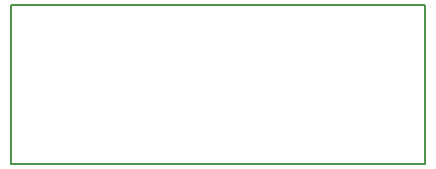
<source format=gbr>
%TF.GenerationSoftware,KiCad,Pcbnew,(5.1.9)-1*%
%TF.CreationDate,2021-06-10T11:21:26+02:00*%
%TF.ProjectId,20_Multiprise_JST_4pins,32305f4d-756c-4746-9970-726973655f4a,rev?*%
%TF.SameCoordinates,Original*%
%TF.FileFunction,Profile,NP*%
%FSLAX46Y46*%
G04 Gerber Fmt 4.6, Leading zero omitted, Abs format (unit mm)*
G04 Created by KiCad (PCBNEW (5.1.9)-1) date 2021-06-10 11:21:26*
%MOMM*%
%LPD*%
G01*
G04 APERTURE LIST*
%TA.AperFunction,Profile*%
%ADD10C,0.150000*%
%TD*%
G04 APERTURE END LIST*
D10*
X145000000Y-135500000D02*
X145000000Y-122000000D01*
X180000000Y-135500000D02*
X145000000Y-135500000D01*
X180000000Y-122000000D02*
X180000000Y-135500000D01*
X145000000Y-122000000D02*
X180000000Y-122000000D01*
M02*

</source>
